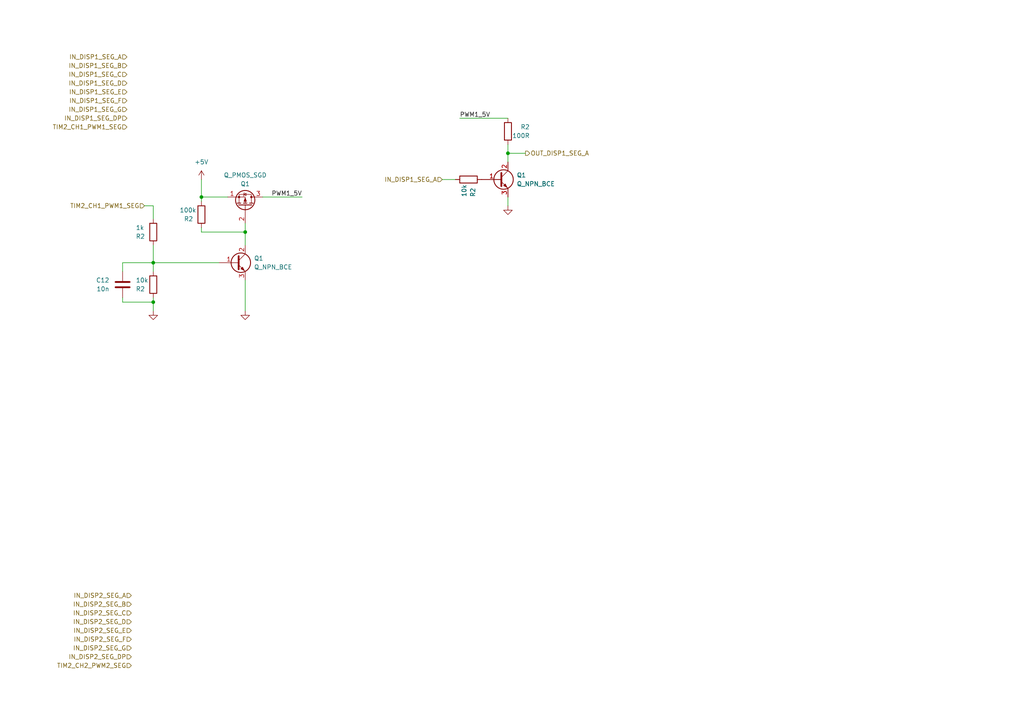
<source format=kicad_sch>
(kicad_sch (version 20230121) (generator eeschema)
  (paper "A4")
  (lib_symbols
    (symbol "Device:C" (pin_numbers hide) (pin_names (offset 0.254))
      (property "Reference" "C" (at 0.635 2.54 0))
      (property "Value" "C" (at 0.635 -2.54 0))
      (symbol "C_0_1"
        (polyline (pts (xy -2.032 -0.762) (xy 2.032 -0.762)) (stroke (width 0.508)))
        (polyline (pts (xy -2.032 0.762) (xy 2.032 0.762)) (stroke (width 0.508)))
      )
      (symbol "C_1_1"
        (pin passive line (at 0 3.81 270) (length 2.794) (name "~") (number "1"))
        (pin passive line (at 0 -3.81 90) (length 2.794) (name "~") (number "2"))
      )
    )
    (symbol "Device:Q_NPN_BCE" (pin_names (offset 0) hide)
      (property "Reference" "Q" (at 5.08 1.27 0))
      (property "Value" "Q_NPN_BCE" (at 5.08 -1.27 0))
      (symbol "Q_NPN_BCE_0_1"
        (polyline (pts (xy 0.635 0.635) (xy 2.54 2.54)))
        (polyline (pts (xy 0.635 -0.635) (xy 2.54 -2.54) (xy 2.54 -2.54)))
        (polyline (pts (xy 0.635 1.905) (xy 0.635 -1.905) (xy 0.635 -1.905)) (stroke (width 0.508)))
        (polyline (pts (xy 1.27 -1.778) (xy 1.778 -1.27) (xy 2.286 -2.286) (xy 1.27 -1.778) (xy 1.27 -1.778)) (fill (type outline)))
        (circle (center 1.27 0) (radius 2.8194) (stroke (width 0.254)))
      )
      (symbol "Q_NPN_BCE_1_1"
        (pin input line (at -5.08 0 0) (length 5.715) (name "B") (number "1"))
        (pin passive line (at 2.54 5.08 270) (length 2.54) (name "C") (number "2"))
        (pin passive line (at 2.54 -5.08 90) (length 2.54) (name "E") (number "3"))
      )
    )
    (symbol "Device:Q_PMOS_SGD" (pin_names (offset 0) hide)
      (property "Reference" "Q" (at 5.08 1.27 0))
      (property "Value" "Q_PMOS_SGD" (at 5.08 -1.27 0))
      (symbol "Q_PMOS_SGD_0_1"
        (polyline (pts (xy 0.254 0) (xy -2.54 0)))
        (polyline (pts (xy 0.254 1.905) (xy 0.254 -1.905)) (stroke (width 0.254)))
        (polyline (pts (xy 0.762 -1.27) (xy 0.762 -2.286)) (stroke (width 0.254)))
        (polyline (pts (xy 0.762 0.508) (xy 0.762 -0.508)) (stroke (width 0.254)))
        (polyline (pts (xy 0.762 2.286) (xy 0.762 1.27)) (stroke (width 0.254)))
        (polyline (pts (xy 2.54 2.54) (xy 2.54 1.778)))
        (polyline (pts (xy 2.54 -2.54) (xy 2.54 0) (xy 0.762 0)))
        (polyline (pts (xy 0.762 1.778) (xy 3.302 1.778) (xy 3.302 -1.778) (xy 0.762 -1.778)))
        (polyline (pts (xy 2.286 0) (xy 1.27 0.381) (xy 1.27 -0.381) (xy 2.286 0)) (fill (type outline)))
        (polyline (pts (xy 2.794 -0.508) (xy 2.921 -0.381) (xy 3.683 -0.381) (xy 3.81 -0.254)))
        (polyline (pts (xy 3.302 -0.381) (xy 2.921 0.254) (xy 3.683 0.254) (xy 3.302 -0.381)))
        (circle (center 1.651 0) (radius 2.794) (stroke (width 0.254)))
        (circle (center 2.54 -1.778) (radius 0.254) (fill (type outline)))
        (circle (center 2.54 1.778) (radius 0.254) (fill (type outline)))
      )
      (symbol "Q_PMOS_SGD_1_1"
        (pin passive line (at 2.54 -5.08 90) (length 2.54) (name "S") (number "1"))
        (pin input line (at -5.08 0 0) (length 2.54) (name "G") (number "2"))
        (pin passive line (at 2.54 5.08 270) (length 2.54) (name "D") (number "3"))
      )
    )
    (symbol "Device:R" (pin_numbers hide) (pin_names (offset 0))
      (property "Reference" "R" (at 2.032 0 90))
      (property "Value" "R" (at 0 0 90))
      (symbol "R_0_1"
        (rectangle (start -1.016 -2.54) (end 1.016 2.54) (stroke (width 0.254)))
      )
      (symbol "R_1_1"
        (pin passive line (at 0 3.81 270) (length 1.27) (name "~") (number "1"))
        (pin passive line (at 0 -3.81 90) (length 1.27) (name "~") (number "2"))
      )
    )
    (symbol "power:+5V" (power) (pin_names (offset 0))
      (property "Value" "+5V" (at 0 3.556 0))
      (symbol "+5V_0_1"
        (polyline (pts (xy -0.762 1.27) (xy 0 2.54)))
        (polyline (pts (xy 0 0) (xy 0 2.54)))
        (polyline (pts (xy 0 2.54) (xy 0.762 1.27)))
      )
      (symbol "+5V_1_1"
        (pin power_in line (at 0 0 90) (length 0) hide (name "+5V") (number "1"))
      )
    )
    (symbol "power:GND" (power) (pin_names (offset 0))
      (property "Value" "GND" (at 0 -3.81 0))
      (symbol "GND_0_1"
        (polyline (pts (xy 0 0) (xy 0 -1.27) (xy 1.27 -1.27) (xy 0 -2.54) (xy -1.27 -1.27) (xy 0 -1.27)))
      )
      (symbol "GND_1_1"
        (pin power_in line (at 0 0 270) (length 0) hide (name "GND") (number "1"))
      )
    )
  )
  (junction (at 147.32 44.45))
  (junction (at 44.45 87.63))
  (junction (at 71.12 67.31))
  (junction (at 58.42 57.15))
  (junction (at 44.45 76.2))
  (wire (pts (xy 147.32 44.45) (xy 147.32 46.99)))
  (wire (pts (xy 35.56 87.63) (xy 44.45 87.63)))
  (wire (pts (xy 58.42 57.15) (xy 58.42 58.42)))
  (wire (pts (xy 58.42 52.07) (xy 58.42 57.15)))
  (wire (pts (xy 35.56 86.36) (xy 35.56 87.63)))
  (wire (pts (xy 35.56 76.2) (xy 35.56 78.74)))
  (wire (pts (xy 128.27 52.07) (xy 132.08 52.07)))
  (wire (pts (xy 44.45 76.2) (xy 44.45 78.74)))
  (wire (pts (xy 76.2 57.15) (xy 87.63 57.15)))
  (wire (pts (xy 58.42 67.31) (xy 71.12 67.31)))
  (wire (pts (xy 44.45 86.36) (xy 44.45 87.63)))
  (wire (pts (xy 147.32 44.45) (xy 152.4 44.45)))
  (wire (pts (xy 71.12 67.31) (xy 71.12 71.12)))
  (wire (pts (xy 44.45 76.2) (xy 63.5 76.2)))
  (wire (pts (xy 147.32 57.15) (xy 147.32 59.69)))
  (wire (pts (xy 147.32 41.91) (xy 147.32 44.45)))
  (wire (pts (xy 71.12 67.31) (xy 71.12 64.77)))
  (wire (pts (xy 44.45 59.69) (xy 44.45 63.5)))
  (wire (pts (xy 133.35 34.29) (xy 147.32 34.29)))
  (wire (pts (xy 44.45 87.63) (xy 44.45 90.17)))
  (wire (pts (xy 58.42 67.31) (xy 58.42 66.04)))
  (wire (pts (xy 71.12 81.28) (xy 71.12 90.17)))
  (wire (pts (xy 58.42 57.15) (xy 66.04 57.15)))
  (wire (pts (xy 44.45 76.2) (xy 35.56 76.2)))
  (wire (pts (xy 41.91 59.69) (xy 44.45 59.69)))
  (wire (pts (xy 44.45 71.12) (xy 44.45 76.2)))
  (label "PWM1_5V" (at 78.74 57.15 0))
  (label "PWM1_5V" (at 133.35 34.29 0))
  (hierarchical_label "IN_DISP1_SEG_B" (shape input) (at 36.83 19.05 180))
  (hierarchical_label "IN_DISP1_SEG_G" (shape input) (at 36.83 31.75 180))
  (hierarchical_label "TIM2_CH1_PWM1_SEG" (shape input) (at 41.91 59.69 180))
  (hierarchical_label "IN_DISP1_SEG_A" (shape input) (at 36.83 16.51 180))
  (hierarchical_label "IN_DISP2_SEG_C" (shape input) (at 38.1 177.8 180))
  (hierarchical_label "IN_DISP1_SEG_E" (shape input) (at 36.83 26.67 180))
  (hierarchical_label "IN_DISP1_SEG_DP" (shape input) (at 36.83 34.29 180))
  (hierarchical_label "IN_DISP1_SEG_D" (shape input) (at 36.83 24.13 180))
  (hierarchical_label "TIM2_CH2_PWM2_SEG" (shape input) (at 38.1 193.04 180))
  (hierarchical_label "IN_DISP2_SEG_G" (shape input) (at 38.1 187.96 180))
  (hierarchical_label "TIM2_CH1_PWM1_SEG" (shape input) (at 36.83 36.83 180))
  (hierarchical_label "IN_DISP1_SEG_A" (shape input) (at 128.27 52.07 180))
  (hierarchical_label "OUT_DISP1_SEG_A" (shape output) (at 152.4 44.45 0))
  (hierarchical_label "IN_DISP2_SEG_E" (shape input) (at 38.1 182.88 180))
  (hierarchical_label "IN_DISP2_SEG_F" (shape input) (at 38.1 185.42 180))
  (hierarchical_label "IN_DISP1_SEG_C" (shape input) (at 36.83 21.59 180))
  (hierarchical_label "IN_DISP1_SEG_F" (shape input) (at 36.83 29.21 180))
  (hierarchical_label "IN_DISP2_SEG_B" (shape input) (at 38.1 175.26 180))
  (hierarchical_label "IN_DISP2_SEG_A" (shape input) (at 38.1 172.72 180))
  (hierarchical_label "IN_DISP2_SEG_DP" (shape input) (at 38.1 190.5 180))
  (hierarchical_label "IN_DISP2_SEG_D" (shape input) (at 38.1 180.34 180))
  (symbol (lib_id "power:GND") (at 147.32 59.69 0) (unit 1)
    (property "Reference" "#PWR026" (effects hide))
    (property "Value" "GND" (effects hide))
    (instances (project "ShotClockProject" (path "" (reference "#PWR026") (unit 1)) (path "" (reference "#PWR023") (unit 1)) (path "" (reference "#PWR083") (unit 1))) (project "ShotClockDisplayPCB" (path "" (reference "#PWR09") (unit 1))))
  )
  (symbol (lib_id "Device:R") (at 58.42 62.23 0) (mirror x) (unit 1)
    (property "Reference" "R2" (at 53.34 63.5 0) (effects (justify left)))
    (property "Value" "100k" (at 52.07 60.96 0) (effects (justify left)))
    (property "Footprint" "Resistor_SMD:R_0402_1005Metric" (effects hide))
    (instances (project "ShotClockProject" (path "" (reference "R2") (unit 1)) (path "" (reference "R29") (unit 1)) (path "" (reference "R31") (unit 1)) (path "" (reference "R26") (unit 1))) (project "ShotClockDisplayPCB" (path "" (reference "R7") (unit 1))))
  )
  (symbol (lib_id "power:GND") (at 44.45 90.17 0) (mirror y) (unit 1)
    (property "Reference" "#PWR011" (effects hide))
    (property "Value" "GND" (effects hide))
    (instances (project "ShotClockProject" (path "" (reference "#PWR011") (unit 1)) (path "" (reference "#PWR075") (unit 1)) (path "" (reference "#PWR079") (unit 1)) (path "" (reference "#PWR084") (unit 1))) (project "ShotClockDisplayPCB" (path "" (reference "#PWR012") (unit 1))))
  )
  (symbol (lib_id "Device:R") (at 147.32 38.1 0) (mirror y) (unit 1)
    (property "Reference" "R2" (at 153.67 36.83 0) (effects (justify left)))
    (property "Value" "100R" (at 153.67 39.37 0) (effects (justify left)))
    (property "Footprint" "Resistor_SMD:R_0402_1005Metric" (effects hide))
    (instances (project "ShotClockProject" (path "" (reference "R2") (unit 1)) (path "" (reference "R29") (unit 1)) (path "" (reference "R34") (unit 1)) (path "" (reference "R11") (unit 1))) (project "ShotClockDisplayPCB" (path "" (reference "R6") (unit 1))))
  )
  (symbol (lib_id "Device:C") (at 35.56 82.55 0) (mirror y) (unit 1)
    (property "Reference" "C12" (at 31.75 81.28 0) (effects (justify left)))
    (property "Value" "10n" (at 31.75 83.82 0) (effects (justify left)))
    (property "Footprint" "Capacitor_SMD:C_0603_1608Metric" (effects hide))
    (instances (project "ShotClockProject" (path "" (reference "C12") (unit 1)) (path "" (reference "C25") (unit 1)) (path "" (reference "C26") (unit 1))) (project "ShotClockDisplayPCB" (path "" (reference "C2") (unit 1))))
  )
  (symbol (lib_id "power:GND") (at 71.12 90.17 0) (mirror y) (unit 1)
    (property "Reference" "#PWR011" (effects hide))
    (property "Value" "GND" (effects hide))
    (instances (project "ShotClockProject" (path "" (reference "#PWR011") (unit 1)) (path "" (reference "#PWR019") (unit 1)) (path "" (reference "#PWR078") (unit 1)) (path "" (reference "#PWR087") (unit 1))) (project "ShotClockDisplayPCB" (path "" (reference "#PWR011") (unit 1))))
  )
  (symbol (lib_id "Device:R") (at 44.45 82.55 0) (mirror x) (unit 1)
    (property "Reference" "R2" (at 39.37 83.82 0) (effects (justify left)))
    (property "Value" "10k" (at 39.37 81.28 0) (effects (justify left)))
    (property "Footprint" "Resistor_SMD:R_0402_1005Metric" (effects hide))
    (instances (project "ShotClockProject" (path "" (reference "R2") (unit 1)) (path "" (reference "R29") (unit 1)) (path "" (reference "R33") (unit 1)) (path "" (reference "R22") (unit 1))) (project "ShotClockDisplayPCB" (path "" (reference "R8") (unit 1))))
  )
  (symbol (lib_id "Device:R") (at 135.89 52.07 270) (mirror x) (unit 1)
    (property "Reference" "R2" (at 137.16 57.15 0) (effects (justify left)))
    (property "Value" "10k" (at 134.62 57.15 0) (effects (justify left)))
    (property "Footprint" "Resistor_SMD:R_0402_1005Metric" (effects hide))
    (instances (project "ShotClockProject" (path "" (reference "R2") (unit 1)) (path "" (reference "R29") (unit 1)) (path "" (reference "R34") (unit 1)) (path "" (reference "R11") (unit 1))) (project "ShotClockDisplayPCB" (path "" (reference "R5") (unit 1))))
  )
  (symbol (lib_id "Device:Q_PMOS_SGD") (at 71.12 59.69 270) (mirror x) (unit 1)
    (property "Reference" "Q1" (at 71.12 53.34 90))
    (property "Value" "Q_PMOS_SGD" (at 71.12 50.8 90))
    (property "Footprint" "Package_TO_SOT_SMD:SC-59" (effects hide))
    (instances (project "ShotClockProject" (path "" (reference "Q1") (unit 1)) (path "" (reference "Q4") (unit 1)) (path "" (reference "Q9") (unit 1))) (project "ShotClockDisplayPCB" (path "" (reference "Q5") (unit 1))))
  )
  (symbol (lib_id "Device:R") (at 44.45 67.31 0) (mirror x) (unit 1)
    (property "Reference" "R2" (at 39.37 68.58 0) (effects (justify left)))
    (property "Value" "1k" (at 39.37 66.04 0) (effects (justify left)))
    (property "Footprint" "Resistor_SMD:R_0402_1005Metric" (effects hide))
    (instances (project "ShotClockProject" (path "" (reference "R2") (unit 1)) (path "" (reference "R29") (unit 1)) (path "" (reference "R34") (unit 1)) (path "" (reference "R11") (unit 1))) (project "ShotClockDisplayPCB" (path "" (reference "R9") (unit 1))))
  )
  (symbol (lib_id "Device:Q_NPN_BCE") (at 68.58 76.2 0) (unit 1)
    (property "Reference" "Q1" (at 73.66 74.93 0) (effects (justify left)))
    (property "Value" "Q_NPN_BCE" (at 73.66 77.47 0) (effects (justify left)))
    (property "Footprint" "Package_TO_SOT_SMD:SOT-23" (effects hide))
    (instances (project "ShotClockProject" (path "" (reference "Q1") (unit 1)) (path "" (reference "Q3") (unit 1)) (path "" (reference "Q8") (unit 1))) (project "ShotClockDisplayPCB" (path "" (reference "Q6") (unit 1))))
  )
  (symbol (lib_id "Device:Q_NPN_BCE") (at 144.78 52.07 0) (unit 1)
    (property "Reference" "Q1" (at 149.86 50.8 0) (effects (justify left)))
    (property "Value" "Q_NPN_BCE" (at 149.86 53.34 0) (effects (justify left)))
    (property "Footprint" "Package_TO_SOT_SMD:SOT-23" (effects hide))
    (instances (project "ShotClockProject" (path "" (reference "Q1") (unit 1)) (path "" (reference "Q3") (unit 1)) (path "" (reference "Q6") (unit 1))) (project "ShotClockDisplayPCB" (path "" (reference "Q4") (unit 1))))
  )
  (symbol (lib_id "power:+5V") (at 58.42 52.07 0) (unit 1)
    (property "Reference" "#PWR089" (effects hide))
    (property "Value" "+5V" (at 58.42 46.99 0))
    (instances (project "ShotClockProject" (path "" (reference "#PWR089") (unit 1))) (project "ShotClockDisplayPCB" (path "" (reference "#PWR01") (unit 1)) (path "" (reference "#PWR05") (unit 1))))
  )
)
</source>
